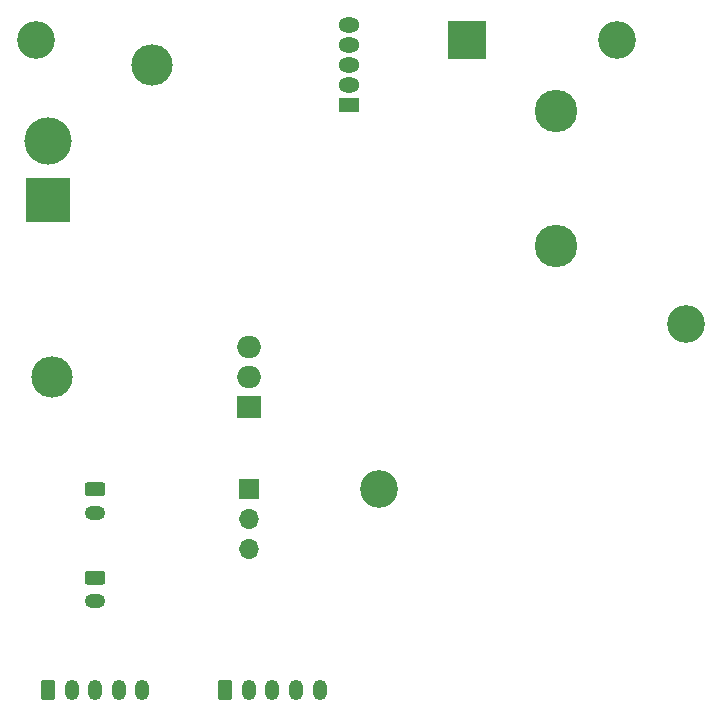
<source format=gbr>
G04 #@! TF.GenerationSoftware,KiCad,Pcbnew,(5.1.10)-1*
G04 #@! TF.CreationDate,2021-09-08T13:47:50+09:00*
G04 #@! TF.ProjectId,driver_v0.3,64726976-6572-45f7-9630-2e332e6b6963,rev?*
G04 #@! TF.SameCoordinates,Original*
G04 #@! TF.FileFunction,Soldermask,Bot*
G04 #@! TF.FilePolarity,Negative*
%FSLAX46Y46*%
G04 Gerber Fmt 4.6, Leading zero omitted, Abs format (unit mm)*
G04 Created by KiCad (PCBNEW (5.1.10)-1) date 2021-09-08 13:47:50*
%MOMM*%
%LPD*%
G01*
G04 APERTURE LIST*
%ADD10C,3.200000*%
%ADD11O,1.800000X1.275000*%
%ADD12R,1.800000X1.275000*%
%ADD13O,3.500000X3.500000*%
%ADD14O,2.000000X1.905000*%
%ADD15R,2.000000X1.905000*%
%ADD16C,3.600000*%
%ADD17O,1.750000X1.200000*%
%ADD18O,1.200000X1.750000*%
%ADD19C,4.000000*%
%ADD20R,3.800000X3.800000*%
%ADD21O,1.700000X1.700000*%
%ADD22R,1.700000X1.700000*%
%ADD23O,3.200000X3.200000*%
%ADD24R,3.200000X3.200000*%
G04 APERTURE END LIST*
D10*
X34000000Y-43000000D03*
X60000000Y-29000000D03*
X5000000Y-5000000D03*
D11*
X31500000Y-3700000D03*
X31500000Y-5400000D03*
X31500000Y-7100000D03*
X31500000Y-8800000D03*
D12*
X31500000Y-10500000D03*
D13*
X14840000Y-7100000D03*
D14*
X23000000Y-30920000D03*
X23000000Y-33460000D03*
D15*
X23000000Y-36000000D03*
D13*
X6340000Y-33460000D03*
D16*
X49000000Y-22440000D03*
X49000000Y-11000000D03*
D17*
X10000000Y-45000000D03*
G36*
G01*
X9374999Y-42400000D02*
X10625001Y-42400000D01*
G75*
G02*
X10875000Y-42649999I0J-249999D01*
G01*
X10875000Y-43350001D01*
G75*
G02*
X10625001Y-43600000I-249999J0D01*
G01*
X9374999Y-43600000D01*
G75*
G02*
X9125000Y-43350001I0J249999D01*
G01*
X9125000Y-42649999D01*
G75*
G02*
X9374999Y-42400000I249999J0D01*
G01*
G37*
D18*
X14000000Y-60000000D03*
X12000000Y-60000000D03*
X10000000Y-60000000D03*
X8000000Y-60000000D03*
G36*
G01*
X5400000Y-60625001D02*
X5400000Y-59374999D01*
G75*
G02*
X5649999Y-59125000I249999J0D01*
G01*
X6350001Y-59125000D01*
G75*
G02*
X6600000Y-59374999I0J-249999D01*
G01*
X6600000Y-60625001D01*
G75*
G02*
X6350001Y-60875000I-249999J0D01*
G01*
X5649999Y-60875000D01*
G75*
G02*
X5400000Y-60625001I0J249999D01*
G01*
G37*
D17*
X10000000Y-52500000D03*
G36*
G01*
X9374999Y-49900000D02*
X10625001Y-49900000D01*
G75*
G02*
X10875000Y-50149999I0J-249999D01*
G01*
X10875000Y-50850001D01*
G75*
G02*
X10625001Y-51100000I-249999J0D01*
G01*
X9374999Y-51100000D01*
G75*
G02*
X9125000Y-50850001I0J249999D01*
G01*
X9125000Y-50149999D01*
G75*
G02*
X9374999Y-49900000I249999J0D01*
G01*
G37*
D18*
X29000000Y-60000000D03*
X27000000Y-60000000D03*
X25000000Y-60000000D03*
X23000000Y-60000000D03*
G36*
G01*
X20400000Y-60625001D02*
X20400000Y-59374999D01*
G75*
G02*
X20649999Y-59125000I249999J0D01*
G01*
X21350001Y-59125000D01*
G75*
G02*
X21600000Y-59374999I0J-249999D01*
G01*
X21600000Y-60625001D01*
G75*
G02*
X21350001Y-60875000I-249999J0D01*
G01*
X20649999Y-60875000D01*
G75*
G02*
X20400000Y-60625001I0J249999D01*
G01*
G37*
D19*
X6000000Y-13500000D03*
D20*
X6000000Y-18500000D03*
D21*
X23000000Y-48080000D03*
X23000000Y-45540000D03*
D22*
X23000000Y-43000000D03*
D23*
X54200000Y-5000000D03*
D24*
X41500000Y-5000000D03*
M02*

</source>
